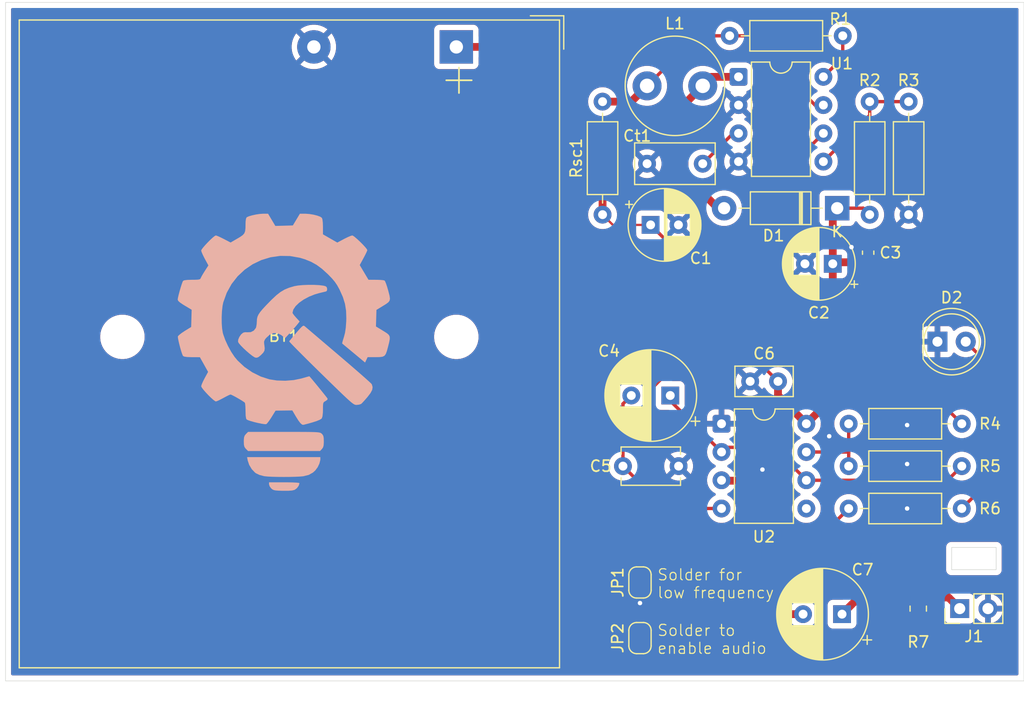
<source format=kicad_pcb>
(kicad_pcb (version 20241229) (generator "pcbnew") (generator_version "9.0")
  (layers (0 "F.Cu" signal) (2 "B.Cu" signal) (13 "F.Paste" user) (15 "B.Paste" user) (5 "F.SilkS" user "F.Silkscreen") (7 "B.SilkS" user "B.Silkscreen") (1 "F.Mask" user) (3 "B.Mask" user) (25 "Edge.Cuts" user))
  (net 0 "")
  (net 1 "+BATT")
  (net 2 "GND")
  (net 3 "VCC")
  (net 4 "Net-(JP1-B)")
  (net 5 "Net-(U2-THR)")
  (net 6 "Net-(J1-Pin_1)")
  (net 7 "Net-(JP2-A)")
  (net 8 "Net-(U1-TC)")
  (net 9 "Net-(D1-A)")
  (net 10 "Net-(D2-A)")
  (net 11 "Net-(JP2-B)")
  (net 12 "Net-(U1-Ipk)")
  (net 13 "Net-(U1-DC)")
  (net 14 "Net-(U1-Vfb)")
  (net 15 "/Disch")
  (footprint "Inductor_THT:L_Radial_D8.7mm_P5.00mm_Fastron_07HCP" (layer "F.Cu") (at 140.6375 89)
    (property "Reference" "L1" (at 2.5 -5.6 0) (layer "F.SilkS"))
    (property "Value" "15u")
    (pad "1" thru_hole circle (at 0 0) (size 2.6 2.6) (drill 1.3) (layers "*.Cu" "*.Mask") (net 12 "Net-(U1-Ipk)"))
    (pad "2" thru_hole circle (at 5 0) (size 2.6 2.6) (drill 1.3) (layers "*.Cu" "*.Mask") (net 9 "Net-(D1-A)"))
  )
  (footprint "Capacitor_THT:CP_Radial_D8.0mm_P3.50mm" (layer "F.Cu") (at 158.152651 136.5 180)
    (property "Reference" "C7" (at -1.847349 4 0) (layer "F.SilkS"))
    (property "Value" "470u")
    (pad "1" thru_hole rect (at 0 0 180) (size 1.6 1.6) (drill 0.8) (layers "*.Cu" "*.Mask") (net 6 "Net-(J1-Pin_1)"))
    (pad "2" thru_hole circle (at 3.5 0 180) (size 1.6 1.6) (drill 0.8) (layers "*.Cu" "*.Mask") (net 7 "Net-(JP2-A)"))
  )
  (footprint "Jumper:SolderJumper-2_P1.3mm_Open_RoundedPad1.0x1.5mm" (layer "F.Cu") (at 140 138.65 90)
    (property "Reference" "JP2" (at 0 -2 270) (layer "F.SilkS"))
    (property "Value" "Solder for audio")
    (pad "1" smd custom (at -0.65 0 90) (size 1 0.5) (layers "F.Cu" "F.Mask") (net 7 "Net-(JP2-A)") (options (clearance outline) (anchor rect)) (primitives (gr_circle (center 0 0.25) (end 0.5 0.25) (width 0) (fill yes)) (gr_circle (center 0 -0.25) (end 0.5 -0.25) (width 0) (fill yes)) (gr_poly (pts (xy 0.5 0.75) (xy 0 0.75) (xy 0 -0.75) (xy 0.5 -0.75)) (width 0) (fill yes))))
    (pad "2" smd custom (at 0.65 0 90) (size 1 0.5) (layers "F.Cu" "F.Mask") (net 11 "Net-(JP2-B)") (options (clearance outline) (anchor rect)) (primitives (gr_circle (center 0 0.25) (end 0.5 0.25) (width 0) (fill yes)) (gr_circle (center 0 -0.25) (end 0.5 -0.25) (width 0) (fill yes)) (gr_poly (pts (xy 0 0.75) (xy -0.5 0.75) (xy -0.5 -0.75) (xy 0 -0.75)) (width 0) (fill yes))))
  )
  (footprint "Resistor_THT:R_Axial_DIN0207_L6.3mm_D2.5mm_P10.16mm_Horizontal" (layer "F.Cu") (at 136.6375 100.58 90)
    (property "Reference" "Rsc1" (at 5.08 -2.37 90) (layer "F.SilkS"))
    (property "Value" "240m")
    (pad "1" thru_hole circle (at 0 0 90) (size 1.6 1.6) (drill 0.8) (layers "*.Cu" "*.Mask") (net 1 "+BATT"))
    (pad "2" thru_hole oval (at 10.16 0 90) (size 1.6 1.6) (drill 0.8) (layers "*.Cu" "*.Mask") (net 12 "Net-(U1-Ipk)"))
  )
  (footprint "Connector_PinHeader_2.54mm:PinHeader_1x02_P2.54mm_Vertical" (layer "F.Cu") (at 168.725 136 90)
    (property "Reference" "J1" (at -2.5 1.275 180) (layer "F.SilkS"))
    (property "Value" "Conn_01x02_Pin")
    (pad "1" thru_hole rect (at 0 0 90) (size 1.7 1.7) (drill 1) (layers "*.Cu" "*.Mask") (net 6 "Net-(J1-Pin_1)"))
    (pad "2" thru_hole oval (at 0 2.54 90) (size 1.7 1.7) (drill 1) (layers "*.Cu" "*.Mask") (net 2 "GND"))
  )
  (footprint "Capacitor_THT:CP_Radial_D6.3mm_P2.50mm" (layer "F.Cu") (at 157.31988 105 180)
    (property "Reference" "C2" (at 1.25 -4.4 0) (layer "F.SilkS"))
    (property "Value" "100u")
    (pad "1" thru_hole rect (at 0 0 180) (size 1.6 1.6) (drill 0.8) (layers "*.Cu" "*.Mask") (net 3 "VCC"))
    (pad "2" thru_hole circle (at 2.5 0 180) (size 1.6 1.6) (drill 0.8) (layers "*.Cu" "*.Mask") (net 2 "GND"))
  )
  (footprint "Battery:BatteryHolder_TruPower_BH-331P_3xAA" (layer "F.Cu") (at 123.5 85.5 -90)
    (property "Reference" "BT1" (at 26 15.5 180) (layer "F.SilkS"))
    (property "Value" "Battery")
    (fp_text user "+" (at 3 0 90) (layer "F.SilkS") (effects (font (size 3 3))))
    (pad "" np_thru_hole circle (at 26.07 0 270) (size 3.5 3.5) (drill 3.5) (layers "*.Cu" "*.Mask"))
    (pad "" np_thru_hole circle (at 26.07 30 270) (size 3.5 3.5) (drill 3.5) (layers "*.Cu" "*.Mask"))
    (pad "1" thru_hole rect (at 0 0 270) (size 3 3) (drill 1.2) (layers "*.Cu" "*.Mask") (net 1 "+BATT"))
    (pad "2" thru_hole circle (at 0 12.8 270) (size 3 3) (drill 1.2) (layers "*.Cu" "*.Mask") (net 2 "GND"))
  )
  (footprint "Capacitor_THT:C_Disc_D5.1mm_W3.2mm_P5.00mm" (layer "F.Cu") (at 138.47 123.19)
    (property "Reference" "C5" (at -2 0 0) (layer "F.SilkS"))
    (property "Value" "1u")
    (pad "1" thru_hole circle (at 0 0) (size 1.6 1.6) (drill 0.8) (layers "*.Cu" "*.Mask") (net 4 "Net-(JP1-B)"))
    (pad "2" thru_hole circle (at 5 0) (size 1.6 1.6) (drill 0.8) (layers "*.Cu" "*.Mask") (net 2 "GND"))
  )
  (footprint "Resistor_THT:R_Axial_DIN0207_L6.3mm_D2.5mm_P10.16mm_Horizontal" (layer "F.Cu") (at 158.75 123.19)
    (property "Reference" "R5" (at 12.7 0 0) (layer "F.SilkS"))
    (property "Value" "1k5")
    (pad "1" thru_hole circle (at 0 0) (size 1.6 1.6) (drill 0.8) (layers "*.Cu" "*.Mask") (net 15 "/Disch"))
    (pad "2" thru_hole oval (at 10.16 0) (size 1.6 1.6) (drill 0.8) (layers "*.Cu" "*.Mask") (net 5 "Net-(U2-THR)"))
  )
  (footprint "Package_DIP:DIP-8_W7.62mm" (layer "F.Cu") (at 147.325 119.38)
    (property "Reference" "U2" (at 3.81 10.16 0) (layer "F.SilkS"))
    (property "Value" "NE555P")
    (pad "1" thru_hole roundrect (at 0 0) (size 1.6 1.6) (drill 0.8) (layers "*.Cu" "*.Mask") (roundrect_rratio 0.15625) (net 2 "GND"))
    (pad "2" thru_hole circle (at 0 2.54) (size 1.6 1.6) (drill 0.8) (layers "*.Cu" "*.Mask") (net 5 "Net-(U2-THR)"))
    (pad "3" thru_hole circle (at 0 5.08) (size 1.6 1.6) (drill 0.8) (layers "*.Cu" "*.Mask") (net 11 "Net-(JP2-B)"))
    (pad "4" thru_hole circle (at 0 7.62) (size 1.6 1.6) (drill 0.8) (layers "*.Cu" "*.Mask") (net 3 "VCC"))
    (pad "5" thru_hole circle (at 7.62 7.62) (size 1.6 1.6) (drill 0.8) (layers "*.Cu" "*.Mask"))
    (pad "6" thru_hole circle (at 7.62 5.08) (size 1.6 1.6) (drill 0.8) (layers "*.Cu" "*.Mask") (net 5 "Net-(U2-THR)"))
    (pad "7" thru_hole circle (at 7.62 2.54) (size 1.6 1.6) (drill 0.8) (layers "*.Cu" "*.Mask") (net 15 "/Disch"))
    (pad "8" thru_hole circle (at 7.62 0) (size 1.6 1.6) (drill 0.8) (layers "*.Cu" "*.Mask") (net 3 "VCC"))
  )
  (footprint "Resistor_THT:R_Axial_DIN0207_L6.3mm_D2.5mm_P10.16mm_Horizontal" (layer "F.Cu") (at 158.2175 84.5 180)
    (property "Reference" "R1" (at 0.2175 1.5 0) (layer "F.SilkS"))
    (property "Value" "180")
    (pad "1" thru_hole circle (at 0 0 180) (size 1.6 1.6) (drill 0.8) (layers "*.Cu" "*.Mask") (net 13 "Net-(U1-DC)"))
    (pad "2" thru_hole oval (at 10.16 0 180) (size 1.6 1.6) (drill 0.8) (layers "*.Cu" "*.Mask") (net 12 "Net-(U1-Ipk)"))
  )
  (footprint "Capacitor_THT:CP_Radial_D8.0mm_P3.50mm" (layer "F.Cu") (at 142.72 116.84 180)
    (property "Reference" "C4" (at 5.5 4 180) (layer "F.SilkS"))
    (property "Value" "470u")
    (pad "1" thru_hole rect (at 0 0 180) (size 1.6 1.6) (drill 0.8) (layers "*.Cu" "*.Mask") (net 5 "Net-(U2-THR)"))
    (pad "2" thru_hole circle (at 3.5 0 180) (size 1.6 1.6) (drill 0.8) (layers "*.Cu" "*.Mask") (net 4 "Net-(JP1-B)"))
  )
  (footprint "Resistor_THT:R_Axial_DIN0207_L6.3mm_D2.5mm_P10.16mm_Horizontal" (layer "F.Cu") (at 160.6375 90.42 -90)
    (property "Reference" "R2" (at -1.92 0 180) (layer "F.SilkS"))
    (property "Value" "64k9")
    (pad "1" thru_hole circle (at 0 0 270) (size 1.6 1.6) (drill 0.8) (layers "*.Cu" "*.Mask") (net 14 "Net-(U1-Vfb)"))
    (pad "2" thru_hole oval (at 10.16 0 270) (size 1.6 1.6) (drill 0.8) (layers "*.Cu" "*.Mask") (net 3 "VCC"))
  )
  (footprint "Capacitor_THT:CP_Radial_D6.3mm_P2.50mm" (layer "F.Cu") (at 140.955121 101.5)
    (property "Reference" "C1" (at 4.5 3 180) (layer "F.SilkS"))
    (property "Value" "100u")
    (pad "1" thru_hole rect (at 0 0) (size 1.6 1.6) (drill 0.8) (layers "*.Cu" "*.Mask") (net 1 "+BATT"))
    (pad "2" thru_hole circle (at 2.5 0) (size 1.6 1.6) (drill 0.8) (layers "*.Cu" "*.Mask") (net 2 "GND"))
  )
  (footprint "Jumper:SolderJumper-2_P1.3mm_Open_RoundedPad1.0x1.5mm" (layer "F.Cu") (at 140 133.65 90)
    (property "Reference" "JP1" (at 0 -2 90) (layer "F.SilkS"))
    (property "Value" "Solder for low freq")
    (pad "1" smd custom (at -0.65 0 90) (size 1 0.5) (layers "F.Cu" "F.Mask") (net 2 "GND") (options (clearance outline) (anchor rect)) (primitives (gr_circle (center 0 0.25) (end 0.5 0.25) (width 0) (fill yes)) (gr_circle (center 0 -0.25) (end 0.5 -0.25) (width 0) (fill yes)) (gr_poly (pts (xy 0.5 0.75) (xy 0 0.75) (xy 0 -0.75) (xy 0.5 -0.75)) (width 0) (fill yes))))
    (pad "2" smd custom (at 0.65 0 90) (size 1 0.5) (layers "F.Cu" "F.Mask") (net 4 "Net-(JP1-B)") (options (clearance outline) (anchor rect)) (primitives (gr_circle (center 0 0.25) (end 0.5 0.25) (width 0) (fill yes)) (gr_circle (center 0 -0.25) (end 0.5 -0.25) (width 0) (fill yes)) (gr_poly (pts (xy 0 0.75) (xy -0.5 0.75) (xy -0.5 -0.75) (xy 0 -0.75)) (width 0) (fill yes))))
  )
  (footprint "Package_DIP:DIP-8_W7.62mm" (layer "F.Cu") (at 148.855 88.19)
    (property "Reference" "U1" (at 9.2825 -1.19 0) (layer "F.SilkS"))
    (property "Value" "MC34063AP")
    (pad "1" thru_hole roundrect (at 0 0) (size 1.6 1.6) (drill 0.8) (layers "*.Cu" "*.Mask") (roundrect_rratio 0.15625) (net 9 "Net-(D1-A)"))
    (pad "2" thru_hole circle (at 0 2.54) (size 1.6 1.6) (drill 0.8) (layers "*.Cu" "*.Mask") (net 2 "GND"))
    (pad "3" thru_hole circle (at 0 5.08) (size 1.6 1.6) (drill 0.8) (layers "*.Cu" "*.Mask") (net 8 "Net-(U1-TC)"))
    (pad "4" thru_hole circle (at 0 7.62) (size 1.6 1.6) (drill 0.8) (layers "*.Cu" "*.Mask") (net 2 "GND"))
    (pad "5" thru_hole circle (at 7.62 7.62) (size 1.6 1.6) (drill 0.8) (layers "*.Cu" "*.Mask") (net 14 "Net-(U1-Vfb)"))
    (pad "6" thru_hole circle (at 7.62 5.08) (size 1.6 1.6) (drill 0.8) (layers "*.Cu" "*.Mask") (net 1 "+BATT"))
    (pad "7" thru_hole circle (at 7.62 2.54) (size 1.6 1.6) (drill 0.8) (layers "*.Cu" "*.Mask") (net 12 "Net-(U1-Ipk)"))
    (pad "8" thru_hole circle (at 7.62 0) (size 1.6 1.6) (drill 0.8) (layers "*.Cu" "*.Mask") (net 13 "Net-(U1-DC)"))
  )
  (footprint "Resistor_THT:R_Axial_DIN0207_L6.3mm_D2.5mm_P10.16mm_Horizontal" (layer "F.Cu") (at 158.75 119.38)
    (property "Reference" "R4" (at 12.7 0 0) (layer "F.SilkS"))
    (property "Value" "180")
    (pad "1" thru_hole circle (at 0 0) (size 1.6 1.6) (drill 0.8) (layers "*.Cu" "*.Mask") (net 15 "/Disch"))
    (pad "2" thru_hole oval (at 10.16 0) (size 1.6 1.6) (drill 0.8) (layers "*.Cu" "*.Mask") (net 3 "VCC"))
  )
  (footprint "Resistor_SMD:R_0805_2012Metric_Pad1.20x1.40mm_HandSolder" (layer "F.Cu") (at 165 136 -90)
    (property "Reference" "R7" (at 3 0 180) (layer "F.SilkS"))
    (property "Value" "8.06")
    (pad "1" smd roundrect (at -1 0 270) (size 1.2 1.4) (layers "F.Cu" "F.Mask" "F.Paste") (roundrect_rratio 0.208333) (net 6 "Net-(J1-Pin_1)"))
    (pad "2" smd roundrect (at 1 0 270) (size 1.2 1.4) (layers "F.Cu" "F.Mask" "F.Paste") (roundrect_rratio 0.208333) (net 2 "GND"))
  )
  (footprint "Capacitor_THT:C_Disc_D5.0mm_W2.5mm_P2.50mm" (layer "F.Cu") (at 152.4 115.57 180)
    (property "Reference" "C6" (at 1.25 2.5 0) (layer "F.SilkS"))
    (property "Value" "0.1u")
    (pad "1" thru_hole circle (at 0 0 180) (size 1.6 1.6) (drill 0.8) (layers "*.Cu" "*.Mask") (net 3 "VCC"))
    (pad "2" thru_hole circle (at 2.5 0 180) (size 1.6 1.6) (drill 0.8) (layers "*.Cu" "*.Mask") (net 2 "GND"))
  )
  (footprint "Capacitor_THT:C_Rect_L7.0mm_W3.5mm_P5.00mm" (layer "F.Cu") (at 145.6375 96 180)
    (property "Reference" "Ct1" (at 5.8875 2.5 0) (layer "F.SilkS"))
    (property "Value" "240p")
    (pad "1" thru_hole circle (at 0 0 180) (size 1.6 1.6) (drill 0.8) (layers "*.Cu" "*.Mask") (net 8 "Net-(U1-TC)"))
    (pad "2" thru_hole circle (at 5 0 180) (size 1.6 1.6) (drill 0.8) (layers "*.Cu" "*.Mask") (net 2 "GND"))
  )
  (footprint "Resistor_THT:R_Axial_DIN0207_L6.3mm_D2.5mm_P10.16mm_Horizontal" (layer "F.Cu") (at 164.1375 100.58 90)
    (property "Reference" "R3" (at 12.08 0 180) (layer "F.SilkS"))
    (property "Value" "16k2")
    (pad "1" thru_hole circle (at 0 0 90) (size 1.6 1.6) (drill 0.8) (layers "*.Cu" "*.Mask") (net 2 "GND"))
    (pad "2" thru_hole oval (at 10.16 0 90) (size 1.6 1.6) (drill 0.8) (layers "*.Cu" "*.Mask") (net 14 "Net-(U1-Vfb)"))
  )
  (footprint "Diode_THT:D_DO-41_SOD81_P10.16mm_Horizontal" (layer "F.Cu") (at 157.7175 100 180)
    (property "Reference" "D1" (at 5.7175 -2.47 0) (layer "F.SilkS"))
    (property "Value" "1N5819")
    (fp_text user "K" (at 0 -2.1 0) (layer "F.SilkS"))
    (pad "1" thru_hole rect (at 0 0 180) (size 2.2 2.2) (drill 1.1) (layers "*.Cu" "*.Mask") (net 3 "VCC"))
    (pad "2" thru_hole oval (at 10.16 0 180) (size 2.2 2.2) (drill 1.1) (layers "*.Cu" "*.Mask") (net 9 "Net-(D1-A)"))
  )
  (footprint "LED_THT:LED_D5.0mm" (layer "F.Cu") (at 166.725 112)
    (property "Reference" "D2" (at 1.27 -3.96 0) (layer "F.SilkS"))
    (property "Value" "Green")
    (pad "1" thru_hole rect (at 0 0) (size 1.8 1.8) (drill 0.9) (layers "*.Cu" "*.Mask") (net 2 "GND"))
    (pad "2" thru_hole circle (at 2.54 0) (size 1.8 1.8) (drill 0.9) (layers "*.Cu" "*.Mask") (net 10 "Net-(D2-A)"))
  )
  (footprint "Resistor_THT:R_Axial_DIN0207_L6.3mm_D2.5mm_P10.16mm_Horizontal" (layer "F.Cu") (at 158.75 127)
    (property "Reference" "R6" (at 12.7 0 0) (layer "F.SilkS"))
    (property "Value" "75")
    (pad "1" thru_hole circle (at 0 0) (size 1.6 1.6) (drill 0.8) (layers "*.Cu" "*.Mask") (net 11 "Net-(JP2-B)"))
    (pad "2" thru_hole oval (at 10.16 0) (size 1.6 1.6) (drill 0.8) (layers "*.Cu" "*.Mask") (net 10 "Net-(D2-A)"))
  )
  (footprint "Capacitor_SMD:C_0603_1608Metric_Pad1.08x0.95mm_HandSolder" (layer "F.Cu") (at 160.5 104 90)
    (property "Reference" "C3" (at 0 2 180) (layer "F.SilkS"))
    (property "Value" "22u")
    (pad "1" smd roundrect (at -0.8625 0 90) (size 1.075 0.95) (layers "F.Cu" "F.Mask" "F.Paste") (net 3 "VCC"))
    (pad "2" smd roundrect (at 0.8625 0 90) (size 1.075 0.95) (layers "F.Cu" "F.Mask" "F.Paste") (net 2 "GND"))
  )
  (footprint "LOGO" (layer "B.Cu") (at 108 113 180)
    (property "Reference" "G***" (hide yes))
    (property "Value" "LOGO" (hide yes))
  )
  (gr_rect (start 83 81.5) (end 174.5 142.5) (stroke (width 0.05)) (fill no) (layer "Edge.Cuts"))
  (gr_rect (start 168 130.5) (end 172 132.5) (stroke (width 0.05)) (fill no) (layer "Edge.Cuts"))
  (gr_text "Solder to\nenable audio" (at 141.5 140.15 0) (layer "F.SilkS") (effects (font (size 1 1) (thickness 0.1)) (justify left bottom)))
  (gr_text "Solder for\nlow frequency" (at 141.5 135.15 0) (layer "F.SilkS") (effects (font (size 1 1) (thickness 0.1)) (justify left bottom)))
  (segment (start 136.6375 93.6375) (end 136.6375 100.58) (width 0.7) (layer "F.Cu") (net 1))
  (segment (start 128.5 85.5) (end 136.6375 93.6375) (width 0.7) (layer "F.Cu") (net 1))
  (segment (start 140.955121 101.5) (end 137.5575 101.5) (width 0.2) (layer "F.Cu") (net 1))
  (segment (start 123.5 85.5) (end 128.5 85.5) (width 0.7) (layer "F.Cu") (net 1))
  (segment (start 152 97.745) (end 152 101.75) (width 0.3) (layer "F.Cu") (net 1))
  (segment (start 150.25 103.5) (end 142.955121 103.5) (width 0.3) (layer "F.Cu") (net 1))
  (segment (start 137.5575 101.5) (end 136.6375 100.58) (width 0.2) (layer "F.Cu") (net 1))
  (segment (start 152 101.75) (end 150.25 103.5) (width 0.3) (layer "F.Cu") (net 1))
  (segment (start 156.475 93.27) (end 152 97.745) (width 0.3) (layer "F.Cu") (net 1))
  (segment (start 142.955121 103.5) (end 140.955121 101.5) (width 0.3) (layer "F.Cu") (net 1))
  (segment (start 159.3625 103.1375) (end 159 103.5) (width 0.7) (layer "F.Cu") (net 2))
  (segment (start 140 134.3) (end 140 135.5) (width 0.3) (layer "F.Cu") (net 2))
  (segment (start 160.5 103.1375) (end 159.3625 103.1375) (width 0.7) (layer "F.Cu") (net 2))
  (via (at 164 123) (size 1) (drill 0.4) (layers "F.Cu" "B.Cu") (net 2))
  (via (at 159 103.5) (size 1) (drill 0.4) (layers "F.Cu" "B.Cu") (net 2))
  (via (at 164 119.5) (size 1) (drill 0.4) (layers "F.Cu" "B.Cu") (net 2))
  (via (at 164 127) (size 1) (drill 0.4) (layers "F.Cu" "B.Cu") (net 2))
  (via (at 151 123.5) (size 1) (drill 0.4) (layers "F.Cu" "B.Cu") (net 2))
  (via (at 157 120.5) (size 1) (drill 0.4) (layers "F.Cu" "B.Cu") (net 2))
  (via (at 140 135.5) (size 1) (drill 0.4) (layers "F.Cu" "B.Cu") (net 2))
  (segment (start 157.31988 105) (end 157.31988 100.39762) (width 0.7) (layer "F.Cu") (net 3))
  (segment (start 157.45738 104.8625) (end 157.31988 105) (width 0.5) (layer "F.Cu") (net 3))
  (segment (start 157.31988 105) (end 157.775 105) (width 0.5) (layer "F.Cu") (net 3))
  (segment (start 160.0575 100) (end 160.6375 100.58) (width 0.3) (layer "F.Cu") (net 3))
  (segment (start 141 116.258) (end 143.758 113.5) (width 0.3) (layer "F.Cu") (net 3))
  (segment (start 152.4 116.835) (end 154.945 119.38) (width 0.7) (layer "F.Cu") (net 3))
  (segment (start 150.33 113.5) (end 152.4 115.57) (width 0.3) (layer "F.Cu") (net 3))
  (segment (start 157.7175 100) (end 160.0575 100) (width 0.3) (layer "F.Cu") (net 3))
  (segment (start 160.5 104.8625) (end 157.45738 104.8625) (width 0.7) (layer "F.Cu") (net 3))
  (segment (start 143.758 113.5) (end 150.33 113.5) (width 0.3) (layer "F.Cu") (net 3))
  (segment (start 157.31988 100.39762) (end 157.7175 100) (width 0.7) (layer "F.Cu") (net 3))
  (segment (start 143.5 127) (end 141 124.5) (width 0.3) (layer "F.Cu") (net 3))
  (segment (start 168.91 119.38) (end 166.53512 117.00512) (width 0.3) (layer "F.Cu") (net 3))
  (segment (start 147.325 127) (end 143.5 127) (width 0.3) (layer "F.Cu") (net 3))
  (segment (start 157.31988 117.00512) (end 154.945 119.38) (width 0.7) (layer "F.Cu") (net 3))
  (segment (start 152.4 115.57) (end 152.4 116.835) (width 0.7) (layer "F.Cu") (net 3))
  (segment (start 157.31988 105) (end 157.31988 117.00512) (width 0.7) (layer "F.Cu") (net 3))
  (segment (start 166.53512 117.00512) (end 157.31988 117.00512) (width 0.3) (layer "F.Cu") (net 3))
  (segment (start 141 124.5) (end 141 116.258) (width 0.3) (layer "F.Cu") (net 3))
  (segment (start 157.5 104.81988) (end 157.31988 105) (width 0.5) (layer "F.Cu") (net 3))
  (segment (start 138.47 117.59) (end 139.22 116.84) (width 0.3) (layer "F.Cu") (net 4))
  (segment (start 140 133) (end 140 124.72) (width 0.3) (layer "F.Cu") (net 4))
  (segment (start 140 124.72) (end 138.47 123.19) (width 0.3) (layer "F.Cu") (net 4))
  (segment (start 138.47 123.19) (end 138.47 117.59) (width 0.3) (layer "F.Cu") (net 4))
  (segment (start 152 121.5) (end 147.745 121.5) (width 0.3) (layer "F.Cu") (net 5))
  (segment (start 147.745 121.5) (end 147.325 121.92) (width 0.3) (layer "F.Cu") (net 5))
  (segment (start 142.72 117.315) (end 147.325 121.92) (width 0.3) (layer "F.Cu") (net 5))
  (segment (start 168.91 123.19) (end 167.64 124.46) (width 0.3) (layer "F.Cu") (net 5))
  (segment (start 154.945 124.46) (end 154.945 124.445) (width 0.3) (layer "F.Cu") (net 5))
  (segment (start 142.72 116.84) (end 142.72 117.315) (width 0.3) (layer "F.Cu") (net 5))
  (segment (start 167.64 124.46) (end 154.945 124.46) (width 0.3) (layer "F.Cu") (net 5))
  (segment (start 154.945 124.445) (end 152 121.5) (width 0.3) (layer "F.Cu") (net 5))
  (segment (start 165 135) (end 159.652651 135) (width 0.7) (layer "F.Cu") (net 6))
  (segment (start 159.652651 135) (end 158.152651 136.5) (width 0.7) (layer "F.Cu") (net 6))
  (segment (start 165.275 134.725) (end 165 135) (width 0.7) (layer "F.Cu") (net 6))
  (segment (start 167.725 135) (end 168.725 136) (width 0.7) (layer "F.Cu") (net 6))
  (segment (start 165 135) (end 167.725 135) (width 0.7) (layer "F.Cu") (net 6))
  (segment (start 140 139.3) (end 148.2 139.3) (width 0.7) (layer "F.Cu") (net 7))
  (segment (start 148.2 139.3) (end 151 136.5) (width 0.7) (layer "F.Cu") (net 7))
  (segment (start 151 136.5) (end 154.652651 136.5) (width 0.7) (layer "F.Cu") (net 7))
  (segment (start 148.3675 93.27) (end 148.855 93.27) (width 0.3) (layer "F.Cu") (net 8))
  (segment (start 145.6375 96) (end 148.3675 93.27) (width 0.3) (layer "F.Cu") (net 8))
  (segment (start 146.4475 88.19) (end 148.855 88.19) (width 0.7) (layer "F.Cu") (net 9))
  (segment (start 145.6375 89) (end 146.4475 88.19) (width 0.7) (layer "F.Cu") (net 9))
  (segment (start 145.6375 89) (end 144 90.6375) (width 0.7) (layer "F.Cu") (net 9))
  (segment (start 144 97) (end 147 100) (width 0.7) (layer "F.Cu") (net 9))
  (segment (start 147 100) (end 147.5575 100) (width 0.7) (layer "F.Cu") (net 9))
  (segment (start 144 90.6375) (end 144 97) (width 0.7) (layer "F.Cu") (net 9))
  (segment (start 169.265 112) (end 170.5 113.235) (width 0.3) (layer "F.Cu") (net 10))
  (segment (start 170.5 125.41) (end 168.91 127) (width 0.3) (layer "F.Cu") (net 10))
  (segment (start 170.5 113.235) (end 170.5 125.41) (width 0.3) (layer "F.Cu") (net 10))
  (segment (start 149.5 124.5) (end 147.365 124.5) (width 0.7) (layer "F.Cu") (net 11))
  (segment (start 151 129.5) (end 151 126) (width 0.7) (layer "F.Cu") (net 11))
  (segment (start 156.25 129.5) (end 151 129.5) (width 0.3) (layer "F.Cu") (net 11))
  (segment (start 151 134.5) (end 151 129.5) (width 0.7) (layer "F.Cu") (net 11))
  (segment (start 158.75 127) (end 156.25 129.5) (width 0.3) (layer "F.Cu") (net 11))
  (segment (start 147.365 124.5) (end 147.325 124.46) (width 0.7) (layer "F.Cu") (net 11))
  (segment (start 140 138) (end 147.5 138) (width 0.7) (layer "F.Cu") (net 11))
  (segment (start 147.5 138) (end 151 134.5) (width 0.7) (layer "F.Cu") (net 11))
  (segment (start 151 126) (end 149.5 124.5) (width 0.7) (layer "F.Cu") (net 11))
  (segment (start 136.6375 90.42) (end 139.2175 90.42) (width 0.7) (layer "F.Cu") (net 12))
  (segment (start 149.5 84.5) (end 148.0575 84.5) (width 0.3) (layer "F.Cu") (net 12))
  (segment (start 139.2175 90.42) (end 140.6375 89) (width 0.7) (layer "F.Cu") (net 12))
  (segment (start 145.1375 84.5) (end 148.0575 84.5) (width 0.3) (layer "F.Cu") (net 12))
  (segment (start 140.6375 89) (end 145.1375 84.5) (width 0.3) (layer "F.Cu") (net 12))
  (segment (start 155.73 90.73) (end 149.5 84.5) (width 0.3) (layer "F.Cu") (net 12))
  (segment (start 156.475 90.73) (end 155.73 90.73) (width 0.3) (layer "F.Cu") (net 12))
  (segment (start 158.2175 86.4475) (end 156.475 88.19) (width 0.3) (layer "F.Cu") (net 13))
  (segment (start 158.2175 84.5) (end 158.2175 86.4475) (width 0.3) (layer "F.Cu") (net 13))
  (segment (start 160.6375 91.6475) (end 156.475 95.81) (width 0.3) (layer "F.Cu") (net 14))
  (segment (start 164.1375 90.42) (end 160.6375 90.42) (width 0.3) (layer "F.Cu") (net 14))
  (segment (start 160.6375 90.42) (end 160.6375 91.6475) (width 0.3) (layer "F.Cu") (net 14))
  (segment (start 158.75 122) (end 158.75 123.19) (width 0.3) (layer "F.Cu") (net 15))
  (segment (start 158.67 121.92) (end 158.75 122) (width 0.3) (layer "F.Cu") (net 15))
  (segment (start 154.945 121.92) (end 158.67 121.92) (width 0.3) (layer "F.Cu") (net 15))
  (segment (start 158.75 119.38) (end 158.75 122) (width 0.3) (layer "F.Cu") (net 15))
  (zone (net 2) (net_name "GND") (layers "F.Cu" "B.Cu") (connect_pads (clearance 0.5)) (min_thickness 0.25) (fill yes (thermal_gap 0.5) (thermal_bridge_width 0.5))
    (polygon (pts (xy 83 81.5) (xy 174.5 81.5) (xy 174.5 142.5) (xy 83 142.5)))
  )
)
</source>
